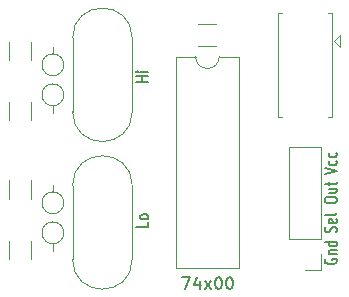
<source format=gbr>
%TF.GenerationSoftware,KiCad,Pcbnew,9.0.1*%
%TF.CreationDate,2025-04-18T19:28:50+01:00*%
%TF.ProjectId,ClockSel,436c6f63-6b53-4656-9c2e-6b696361645f,rev?*%
%TF.SameCoordinates,Original*%
%TF.FileFunction,Legend,Top*%
%TF.FilePolarity,Positive*%
%FSLAX46Y46*%
G04 Gerber Fmt 4.6, Leading zero omitted, Abs format (unit mm)*
G04 Created by KiCad (PCBNEW 9.0.1) date 2025-04-18 19:28:50*
%MOMM*%
%LPD*%
G01*
G04 APERTURE LIST*
%ADD10C,0.150000*%
%ADD11C,0.120000*%
G04 APERTURE END LIST*
D10*
X144471981Y-81416221D02*
X144471981Y-81263840D01*
X144471981Y-81263840D02*
X144519600Y-81187650D01*
X144519600Y-81187650D02*
X144614838Y-81111459D01*
X144614838Y-81111459D02*
X144805314Y-81073364D01*
X144805314Y-81073364D02*
X145138647Y-81073364D01*
X145138647Y-81073364D02*
X145329123Y-81111459D01*
X145329123Y-81111459D02*
X145424362Y-81187650D01*
X145424362Y-81187650D02*
X145471981Y-81263840D01*
X145471981Y-81263840D02*
X145471981Y-81416221D01*
X145471981Y-81416221D02*
X145424362Y-81492412D01*
X145424362Y-81492412D02*
X145329123Y-81568602D01*
X145329123Y-81568602D02*
X145138647Y-81606698D01*
X145138647Y-81606698D02*
X144805314Y-81606698D01*
X144805314Y-81606698D02*
X144614838Y-81568602D01*
X144614838Y-81568602D02*
X144519600Y-81492412D01*
X144519600Y-81492412D02*
X144471981Y-81416221D01*
X144805314Y-80387650D02*
X145471981Y-80387650D01*
X144805314Y-80730507D02*
X145329123Y-80730507D01*
X145329123Y-80730507D02*
X145424362Y-80692412D01*
X145424362Y-80692412D02*
X145471981Y-80616222D01*
X145471981Y-80616222D02*
X145471981Y-80501936D01*
X145471981Y-80501936D02*
X145424362Y-80425745D01*
X145424362Y-80425745D02*
X145376742Y-80387650D01*
X144805314Y-80120983D02*
X144805314Y-79816221D01*
X144471981Y-80006697D02*
X145329123Y-80006697D01*
X145329123Y-80006697D02*
X145424362Y-79968602D01*
X145424362Y-79968602D02*
X145471981Y-79892412D01*
X145471981Y-79892412D02*
X145471981Y-79816221D01*
X129519819Y-83222285D02*
X129519819Y-83603237D01*
X129519819Y-83603237D02*
X128519819Y-83603237D01*
X129519819Y-82841333D02*
X129472200Y-82917523D01*
X129472200Y-82917523D02*
X129424580Y-82955618D01*
X129424580Y-82955618D02*
X129329342Y-82993714D01*
X129329342Y-82993714D02*
X129043628Y-82993714D01*
X129043628Y-82993714D02*
X128948390Y-82955618D01*
X128948390Y-82955618D02*
X128900771Y-82917523D01*
X128900771Y-82917523D02*
X128853152Y-82841333D01*
X128853152Y-82841333D02*
X128853152Y-82727047D01*
X128853152Y-82727047D02*
X128900771Y-82650856D01*
X128900771Y-82650856D02*
X128948390Y-82612761D01*
X128948390Y-82612761D02*
X129043628Y-82574666D01*
X129043628Y-82574666D02*
X129329342Y-82574666D01*
X129329342Y-82574666D02*
X129424580Y-82612761D01*
X129424580Y-82612761D02*
X129472200Y-82650856D01*
X129472200Y-82650856D02*
X129519819Y-82727047D01*
X129519819Y-82727047D02*
X129519819Y-82841333D01*
X144471981Y-79161935D02*
X145471981Y-78895268D01*
X145471981Y-78895268D02*
X144471981Y-78628602D01*
X145424362Y-78019078D02*
X145471981Y-78095269D01*
X145471981Y-78095269D02*
X145471981Y-78247650D01*
X145471981Y-78247650D02*
X145424362Y-78323840D01*
X145424362Y-78323840D02*
X145376742Y-78361935D01*
X145376742Y-78361935D02*
X145281504Y-78400031D01*
X145281504Y-78400031D02*
X144995790Y-78400031D01*
X144995790Y-78400031D02*
X144900552Y-78361935D01*
X144900552Y-78361935D02*
X144852933Y-78323840D01*
X144852933Y-78323840D02*
X144805314Y-78247650D01*
X144805314Y-78247650D02*
X144805314Y-78095269D01*
X144805314Y-78095269D02*
X144852933Y-78019078D01*
X145424362Y-77333364D02*
X145471981Y-77409555D01*
X145471981Y-77409555D02*
X145471981Y-77561936D01*
X145471981Y-77561936D02*
X145424362Y-77638126D01*
X145424362Y-77638126D02*
X145376742Y-77676221D01*
X145376742Y-77676221D02*
X145281504Y-77714317D01*
X145281504Y-77714317D02*
X144995790Y-77714317D01*
X144995790Y-77714317D02*
X144900552Y-77676221D01*
X144900552Y-77676221D02*
X144852933Y-77638126D01*
X144852933Y-77638126D02*
X144805314Y-77561936D01*
X144805314Y-77561936D02*
X144805314Y-77409555D01*
X144805314Y-77409555D02*
X144852933Y-77333364D01*
X145424362Y-84070507D02*
X145471981Y-83956221D01*
X145471981Y-83956221D02*
X145471981Y-83765745D01*
X145471981Y-83765745D02*
X145424362Y-83689554D01*
X145424362Y-83689554D02*
X145376742Y-83651459D01*
X145376742Y-83651459D02*
X145281504Y-83613364D01*
X145281504Y-83613364D02*
X145186266Y-83613364D01*
X145186266Y-83613364D02*
X145091028Y-83651459D01*
X145091028Y-83651459D02*
X145043409Y-83689554D01*
X145043409Y-83689554D02*
X144995790Y-83765745D01*
X144995790Y-83765745D02*
X144948171Y-83918126D01*
X144948171Y-83918126D02*
X144900552Y-83994316D01*
X144900552Y-83994316D02*
X144852933Y-84032411D01*
X144852933Y-84032411D02*
X144757695Y-84070507D01*
X144757695Y-84070507D02*
X144662457Y-84070507D01*
X144662457Y-84070507D02*
X144567219Y-84032411D01*
X144567219Y-84032411D02*
X144519600Y-83994316D01*
X144519600Y-83994316D02*
X144471981Y-83918126D01*
X144471981Y-83918126D02*
X144471981Y-83727649D01*
X144471981Y-83727649D02*
X144519600Y-83613364D01*
X145424362Y-82965744D02*
X145471981Y-83041935D01*
X145471981Y-83041935D02*
X145471981Y-83194316D01*
X145471981Y-83194316D02*
X145424362Y-83270506D01*
X145424362Y-83270506D02*
X145329123Y-83308602D01*
X145329123Y-83308602D02*
X144948171Y-83308602D01*
X144948171Y-83308602D02*
X144852933Y-83270506D01*
X144852933Y-83270506D02*
X144805314Y-83194316D01*
X144805314Y-83194316D02*
X144805314Y-83041935D01*
X144805314Y-83041935D02*
X144852933Y-82965744D01*
X144852933Y-82965744D02*
X144948171Y-82927649D01*
X144948171Y-82927649D02*
X145043409Y-82927649D01*
X145043409Y-82927649D02*
X145138647Y-83308602D01*
X145471981Y-82470507D02*
X145424362Y-82546697D01*
X145424362Y-82546697D02*
X145329123Y-82584792D01*
X145329123Y-82584792D02*
X144471981Y-82584792D01*
X144519600Y-86343841D02*
X144471981Y-86420031D01*
X144471981Y-86420031D02*
X144471981Y-86534317D01*
X144471981Y-86534317D02*
X144519600Y-86648603D01*
X144519600Y-86648603D02*
X144614838Y-86724793D01*
X144614838Y-86724793D02*
X144710076Y-86762888D01*
X144710076Y-86762888D02*
X144900552Y-86800984D01*
X144900552Y-86800984D02*
X145043409Y-86800984D01*
X145043409Y-86800984D02*
X145233885Y-86762888D01*
X145233885Y-86762888D02*
X145329123Y-86724793D01*
X145329123Y-86724793D02*
X145424362Y-86648603D01*
X145424362Y-86648603D02*
X145471981Y-86534317D01*
X145471981Y-86534317D02*
X145471981Y-86458126D01*
X145471981Y-86458126D02*
X145424362Y-86343841D01*
X145424362Y-86343841D02*
X145376742Y-86305745D01*
X145376742Y-86305745D02*
X145043409Y-86305745D01*
X145043409Y-86305745D02*
X145043409Y-86458126D01*
X144805314Y-85962888D02*
X145471981Y-85962888D01*
X144900552Y-85962888D02*
X144852933Y-85924793D01*
X144852933Y-85924793D02*
X144805314Y-85848603D01*
X144805314Y-85848603D02*
X144805314Y-85734317D01*
X144805314Y-85734317D02*
X144852933Y-85658126D01*
X144852933Y-85658126D02*
X144948171Y-85620031D01*
X144948171Y-85620031D02*
X145471981Y-85620031D01*
X145471981Y-84896221D02*
X144471981Y-84896221D01*
X145424362Y-84896221D02*
X145471981Y-84972412D01*
X145471981Y-84972412D02*
X145471981Y-85124793D01*
X145471981Y-85124793D02*
X145424362Y-85200983D01*
X145424362Y-85200983D02*
X145376742Y-85239078D01*
X145376742Y-85239078D02*
X145281504Y-85277174D01*
X145281504Y-85277174D02*
X144995790Y-85277174D01*
X144995790Y-85277174D02*
X144900552Y-85239078D01*
X144900552Y-85239078D02*
X144852933Y-85200983D01*
X144852933Y-85200983D02*
X144805314Y-85124793D01*
X144805314Y-85124793D02*
X144805314Y-84972412D01*
X144805314Y-84972412D02*
X144852933Y-84896221D01*
X129518819Y-71335046D02*
X128518819Y-71335046D01*
X128995009Y-71335046D02*
X128995009Y-70877903D01*
X129518819Y-70877903D02*
X128518819Y-70877903D01*
X129518819Y-70496951D02*
X128852152Y-70496951D01*
X128518819Y-70496951D02*
X128566438Y-70535047D01*
X128566438Y-70535047D02*
X128614057Y-70496951D01*
X128614057Y-70496951D02*
X128566438Y-70458856D01*
X128566438Y-70458856D02*
X128518819Y-70496951D01*
X128518819Y-70496951D02*
X128614057Y-70496951D01*
X132405974Y-87889096D02*
X133072640Y-87889096D01*
X133072640Y-87889096D02*
X132644069Y-88889096D01*
X133882164Y-88222429D02*
X133882164Y-88889096D01*
X133644069Y-87841477D02*
X133405974Y-88555762D01*
X133405974Y-88555762D02*
X134025021Y-88555762D01*
X134310736Y-88889096D02*
X134834545Y-88222429D01*
X134310736Y-88222429D02*
X134834545Y-88889096D01*
X135405974Y-87889096D02*
X135501212Y-87889096D01*
X135501212Y-87889096D02*
X135596450Y-87936715D01*
X135596450Y-87936715D02*
X135644069Y-87984334D01*
X135644069Y-87984334D02*
X135691688Y-88079572D01*
X135691688Y-88079572D02*
X135739307Y-88270048D01*
X135739307Y-88270048D02*
X135739307Y-88508143D01*
X135739307Y-88508143D02*
X135691688Y-88698619D01*
X135691688Y-88698619D02*
X135644069Y-88793857D01*
X135644069Y-88793857D02*
X135596450Y-88841477D01*
X135596450Y-88841477D02*
X135501212Y-88889096D01*
X135501212Y-88889096D02*
X135405974Y-88889096D01*
X135405974Y-88889096D02*
X135310736Y-88841477D01*
X135310736Y-88841477D02*
X135263117Y-88793857D01*
X135263117Y-88793857D02*
X135215498Y-88698619D01*
X135215498Y-88698619D02*
X135167879Y-88508143D01*
X135167879Y-88508143D02*
X135167879Y-88270048D01*
X135167879Y-88270048D02*
X135215498Y-88079572D01*
X135215498Y-88079572D02*
X135263117Y-87984334D01*
X135263117Y-87984334D02*
X135310736Y-87936715D01*
X135310736Y-87936715D02*
X135405974Y-87889096D01*
X136358355Y-87889096D02*
X136453593Y-87889096D01*
X136453593Y-87889096D02*
X136548831Y-87936715D01*
X136548831Y-87936715D02*
X136596450Y-87984334D01*
X136596450Y-87984334D02*
X136644069Y-88079572D01*
X136644069Y-88079572D02*
X136691688Y-88270048D01*
X136691688Y-88270048D02*
X136691688Y-88508143D01*
X136691688Y-88508143D02*
X136644069Y-88698619D01*
X136644069Y-88698619D02*
X136596450Y-88793857D01*
X136596450Y-88793857D02*
X136548831Y-88841477D01*
X136548831Y-88841477D02*
X136453593Y-88889096D01*
X136453593Y-88889096D02*
X136358355Y-88889096D01*
X136358355Y-88889096D02*
X136263117Y-88841477D01*
X136263117Y-88841477D02*
X136215498Y-88793857D01*
X136215498Y-88793857D02*
X136167879Y-88698619D01*
X136167879Y-88698619D02*
X136120260Y-88508143D01*
X136120260Y-88508143D02*
X136120260Y-88270048D01*
X136120260Y-88270048D02*
X136167879Y-88079572D01*
X136167879Y-88079572D02*
X136215498Y-87984334D01*
X136215498Y-87984334D02*
X136263117Y-87936715D01*
X136263117Y-87936715D02*
X136358355Y-87889096D01*
D11*
%TO.C,C3*%
X117730000Y-81225000D02*
X117730000Y-79695000D01*
X119570000Y-81225000D02*
X119570000Y-79695000D01*
%TO.C,C4*%
X117730000Y-84795000D02*
X117730000Y-86325000D01*
X119570000Y-84795000D02*
X119570000Y-86325000D01*
%TO.C,J1*%
X141400000Y-84620000D02*
X141400000Y-76890000D01*
X144160000Y-76890000D02*
X141400000Y-76890000D01*
X144160000Y-84620000D02*
X141400000Y-84620000D01*
X144160000Y-84620000D02*
X144160000Y-76890000D01*
X144160000Y-85890000D02*
X144160000Y-87270000D01*
X144160000Y-87270000D02*
X142780000Y-87270000D01*
%TO.C,Y2*%
X123110000Y-80125000D02*
X123110000Y-86375000D01*
X128160000Y-80125000D02*
X128160000Y-86375000D01*
X123110000Y-80125000D02*
G75*
G02*
X128160000Y-80125000I2525000J0D01*
G01*
X128160000Y-86375000D02*
G75*
G02*
X123110000Y-86375000I-2525000J0D01*
G01*
%TO.C,C5*%
X135290000Y-66440000D02*
X133760000Y-66440000D01*
X135290000Y-68280000D02*
X133760000Y-68280000D01*
%TO.C,C2*%
X117730000Y-73040000D02*
X117730000Y-74570000D01*
X119570000Y-73040000D02*
X119570000Y-74570000D01*
%TO.C,R3*%
X121444000Y-80664000D02*
X121444000Y-80044000D01*
X122364000Y-81584000D02*
G75*
G02*
X120524000Y-81584000I-920000J0D01*
G01*
X120524000Y-81584000D02*
G75*
G02*
X122364000Y-81584000I920000J0D01*
G01*
%TO.C,Y1*%
X123110000Y-67625000D02*
X123110000Y-73875000D01*
X128160000Y-67625000D02*
X128160000Y-73875000D01*
X123110000Y-67625000D02*
G75*
G02*
X128160000Y-67625000I2525000J0D01*
G01*
X128160000Y-73875000D02*
G75*
G02*
X123110000Y-73875000I-2525000J0D01*
G01*
%TO.C,R2*%
X121444000Y-73360000D02*
X121444000Y-73980000D01*
X122364000Y-72440000D02*
G75*
G02*
X120524000Y-72440000I-920000J0D01*
G01*
X120524000Y-72440000D02*
G75*
G02*
X122364000Y-72440000I920000J0D01*
G01*
%TO.C,C1*%
X117730000Y-69490000D02*
X117730000Y-67960000D01*
X119570000Y-69490000D02*
X119570000Y-67960000D01*
%TO.C,SW1*%
X140520000Y-65510000D02*
X140830000Y-65510000D01*
X140520000Y-74330000D02*
X140520000Y-65510000D01*
X140520000Y-74330000D02*
X140830000Y-74330000D01*
X144730000Y-65510000D02*
X145040000Y-65510000D01*
X145040000Y-65510000D02*
X145040000Y-74330000D01*
X145040000Y-74330000D02*
X144730000Y-74330000D01*
X145240000Y-67920000D02*
X145740000Y-68420000D01*
X145740000Y-67420000D02*
X145240000Y-67920000D01*
X145740000Y-68420000D02*
X145740000Y-67420000D01*
%TO.C,R4*%
X121444000Y-85044000D02*
X121444000Y-85664000D01*
X122364000Y-84124000D02*
G75*
G02*
X120524000Y-84124000I-920000J0D01*
G01*
X120524000Y-84124000D02*
G75*
G02*
X122364000Y-84124000I920000J0D01*
G01*
%TO.C,U1*%
X131875000Y-69205000D02*
X131875000Y-87105000D01*
X131875000Y-87105000D02*
X137175000Y-87105000D01*
X133525000Y-69205000D02*
X131875000Y-69205000D01*
X137175000Y-69205000D02*
X135525000Y-69205000D01*
X137175000Y-87105000D02*
X137175000Y-69205000D01*
X135525000Y-69205000D02*
G75*
G02*
X133525000Y-69205000I-1000000J0D01*
G01*
%TO.C,R1*%
X121444000Y-68980000D02*
X121444000Y-68360000D01*
X122364000Y-69900000D02*
G75*
G02*
X120524000Y-69900000I-920000J0D01*
G01*
X120524000Y-69900000D02*
G75*
G02*
X122364000Y-69900000I920000J0D01*
G01*
%TD*%
M02*

</source>
